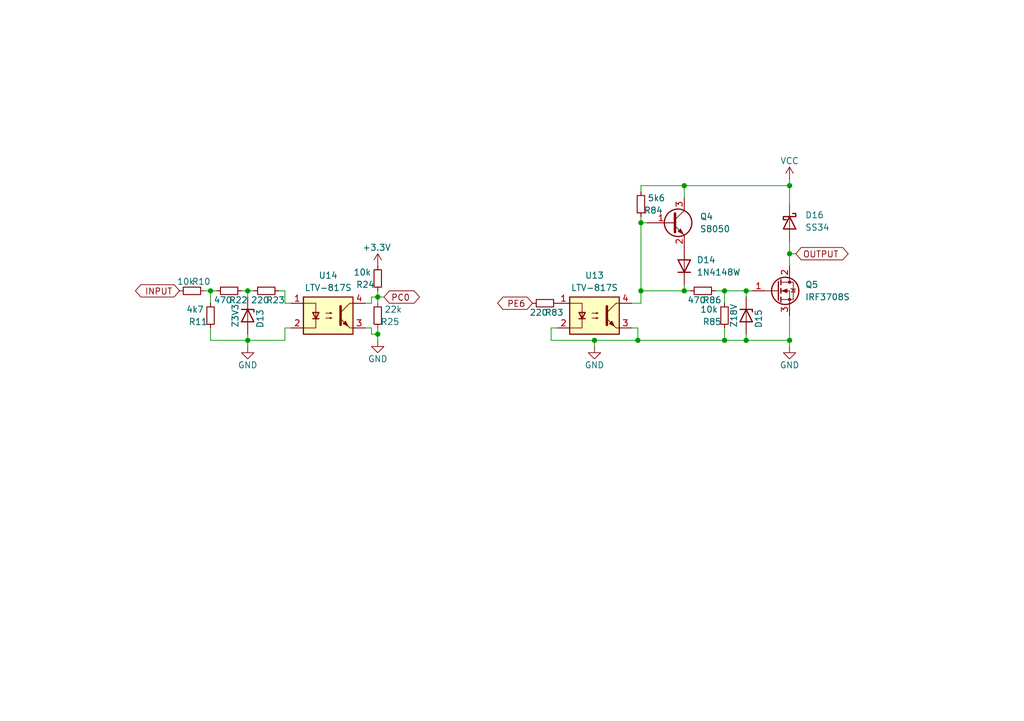
<source format=kicad_sch>
(kicad_sch (version 20211123) (generator eeschema)
  (paper "A5")
  (lib_symbols
    (symbol "Device:R_Small" (pin_numbers hide) (pin_names (offset 0.254) hide)
      (property "Reference" "R" (at 0.762 0.508 0))
      (property "Value" "R_Small" (at 0.762 -1.016 0))
      (symbol "R_Small_0_1"
        (rectangle (start -0.762 1.778) (end 0.762 -1.778) (stroke (width 0.2032)))
      )
      (symbol "R_Small_1_1"
        (pin passive line (at 0 2.54 270) (length 0.762) (name "~") (number "1"))
        (pin passive line (at 0 -2.54 90) (length 0.762) (name "~") (number "2"))
      )
    )
    (symbol "Diode:1N4148W" (pin_numbers hide) (pin_names (offset 1.016) hide)
      (property "Reference" "D" (at 0 2.54 0))
      (property "Value" "1N4148W" (at 0 -2.54 0))
      (symbol "1N4148W_0_1"
        (polyline (pts (xy -1.27 1.27) (xy -1.27 -1.27)) (stroke (width 0.254)))
        (polyline (pts (xy 1.27 0) (xy -1.27 0)))
        (polyline (pts (xy 1.27 1.27) (xy 1.27 -1.27) (xy -1.27 0) (xy 1.27 1.27)) (stroke (width 0.254)))
      )
      (symbol "1N4148W_1_1"
        (pin passive line (at -3.81 0 0) (length 2.54) (name "K") (number "1"))
        (pin passive line (at 3.81 0 180) (length 2.54) (name "A") (number "2"))
      )
    )
    (symbol "Diode:BZV55C3V3" (pin_numbers hide) (pin_names hide)
      (property "Reference" "D" (at 0 2.54 0))
      (property "Value" "BZV55C3V3" (at 0 -2.54 0))
      (symbol "BZV55C3V3_0_1"
        (polyline (pts (xy 1.27 0) (xy -1.27 0)))
        (polyline (pts (xy -1.27 -1.27) (xy -1.27 1.27) (xy -0.762 1.27)) (stroke (width 0.254)))
        (polyline (pts (xy 1.27 -1.27) (xy 1.27 1.27) (xy -1.27 0) (xy 1.27 -1.27)) (stroke (width 0.254)))
      )
      (symbol "BZV55C3V3_1_1"
        (pin passive line (at -3.81 0 0) (length 2.54) (name "K") (number "1"))
        (pin passive line (at 3.81 0 180) (length 2.54) (name "A") (number "2"))
      )
    )
    (symbol "Diode:CDBA340-HF" (pin_numbers hide) (pin_names hide)
      (property "Reference" "D" (at 0 2.54 0))
      (property "Value" "CDBA340-HF" (at 0 -2.54 0))
      (symbol "CDBA340-HF_0_1"
        (polyline (pts (xy 1.27 0) (xy -1.27 0)))
        (polyline (pts (xy 1.27 1.27) (xy 1.27 -1.27) (xy -1.27 0) (xy 1.27 1.27)) (stroke (width 0.254)))
        (polyline (pts (xy -1.905 0.635) (xy -1.905 1.27) (xy -1.27 1.27) (xy -1.27 -1.27) (xy -0.635 -1.27) (xy -0.635 -0.635)) (stroke (width 0.254)))
      )
      (symbol "CDBA340-HF_1_1"
        (pin passive line (at -3.81 0 0) (length 2.54) (name "K") (number "1"))
        (pin passive line (at 3.81 0 180) (length 2.54) (name "A") (number "2"))
      )
    )
    (symbol "Isolator:LTV-817S" (pin_names (offset 1.016))
      (property "Reference" "U" (at -3.81 5.08 0))
      (property "Value" "LTV-817S" (at 0 -5.08 0))
      (symbol "LTV-817S_1_1"
        (rectangle (start -5.08 3.81) (end 5.08 -3.81) (stroke (width 0.254)) (fill (type background)))
        (polyline (pts (xy -3.175 -0.635) (xy -1.905 -0.635)) (stroke (width 0.254)))
        (polyline (pts (xy 2.54 0.635) (xy 4.445 2.54)))
        (polyline (pts (xy 4.445 -2.54) (xy 2.54 -0.635)) (fill (type outline)))
        (polyline (pts (xy 4.445 -2.54) (xy 5.08 -2.54)))
        (polyline (pts (xy 4.445 2.54) (xy 5.08 2.54)))
        (polyline (pts (xy -5.08 2.54) (xy -2.54 2.54) (xy -2.54 -0.762)))
        (polyline (pts (xy -2.54 -0.635) (xy -2.54 -2.54) (xy -5.08 -2.54)))
        (polyline (pts (xy 2.54 1.905) (xy 2.54 -1.905) (xy 2.54 -1.905)) (stroke (width 0.508)))
        (polyline (pts (xy -2.54 -0.635) (xy -3.175 0.635) (xy -1.905 0.635) (xy -2.54 -0.635)) (stroke (width 0.254)))
        (polyline (pts (xy -0.508 -0.508) (xy 0.762 -0.508) (xy 0.381 -0.635) (xy 0.381 -0.381) (xy 0.762 -0.508)))
        (polyline (pts (xy -0.508 0.508) (xy 0.762 0.508) (xy 0.381 0.381) (xy 0.381 0.635) (xy 0.762 0.508)))
        (polyline (pts (xy 3.048 -1.651) (xy 3.556 -1.143) (xy 4.064 -2.159) (xy 3.048 -1.651) (xy 3.048 -1.651)) (fill (type outline)))
        (pin passive line (at -7.62 2.54 0) (length 2.54) (name "~") (number "1"))
        (pin passive line (at -7.62 -2.54 0) (length 2.54) (name "~") (number "2"))
        (pin passive line (at 7.62 -2.54 180) (length 2.54) (name "~") (number "3"))
        (pin passive line (at 7.62 2.54 180) (length 2.54) (name "~") (number "4"))
      )
    )
    (symbol "Transistor_BJT:BC847" (pin_names (offset 0) hide)
      (property "Reference" "Q" (at 5.08 1.905 0))
      (property "Value" "BC847" (at 5.08 0 0))
      (symbol "BC847_0_1"
        (polyline (pts (xy 0.635 0.635) (xy 2.54 2.54)))
        (polyline (pts (xy 0.635 -0.635) (xy 2.54 -2.54) (xy 2.54 -2.54)))
        (polyline (pts (xy 0.635 1.905) (xy 0.635 -1.905) (xy 0.635 -1.905)) (stroke (width 0.508)))
        (polyline (pts (xy 1.27 -1.778) (xy 1.778 -1.27) (xy 2.286 -2.286) (xy 1.27 -1.778) (xy 1.27 -1.778)) (fill (type outline)))
        (circle (center 1.27 0) (radius 2.8194) (stroke (width 0.254)))
      )
      (symbol "BC847_1_1"
        (pin input line (at -5.08 0 0) (length 5.715) (name "B") (number "1"))
        (pin passive line (at 2.54 -5.08 90) (length 2.54) (name "E") (number "2"))
        (pin passive line (at 2.54 5.08 270) (length 2.54) (name "C") (number "3"))
      )
    )
    (symbol "Transistor_FET:QM6006D" (pin_names hide)
      (property "Reference" "Q" (at 5.08 1.905 0))
      (property "Value" "QM6006D" (at 5.08 0 0))
      (symbol "QM6006D_0_1"
        (polyline (pts (xy 0.254 0) (xy -2.54 0)))
        (polyline (pts (xy 0.254 1.905) (xy 0.254 -1.905)) (stroke (width 0.254)))
        (polyline (pts (xy 0.762 -1.27) (xy 0.762 -2.286)) (stroke (width 0.254)))
        (polyline (pts (xy 0.762 0.508) (xy 0.762 -0.508)) (stroke (width 0.254)))
        (polyline (pts (xy 0.762 2.286) (xy 0.762 1.27)) (stroke (width 0.254)))
        (polyline (pts (xy 2.54 2.54) (xy 2.54 1.778)))
        (polyline (pts (xy 2.54 -2.54) (xy 2.54 0) (xy 0.762 0)))
        (polyline (pts (xy 0.762 -1.778) (xy 3.302 -1.778) (xy 3.302 1.778) (xy 0.762 1.778)))
        (polyline (pts (xy 1.016 0) (xy 2.032 0.381) (xy 2.032 -0.381) (xy 1.016 0)) (fill (type outline)))
        (polyline (pts (xy 2.794 0.508) (xy 2.921 0.381) (xy 3.683 0.381) (xy 3.81 0.254)))
        (polyline (pts (xy 3.302 0.381) (xy 2.921 -0.254) (xy 3.683 -0.254) (xy 3.302 0.381)))
        (circle (center 1.651 0) (radius 2.794) (stroke (width 0.254)))
        (circle (center 2.54 -1.778) (radius 0.254) (fill (type outline)))
        (circle (center 2.54 1.778) (radius 0.254) (fill (type outline)))
      )
      (symbol "QM6006D_1_1"
        (pin input line (at -5.08 0 0) (length 2.54) (name "G") (number "1"))
        (pin passive line (at 2.54 5.08 270) (length 2.54) (name "D") (number "2"))
        (pin passive line (at 2.54 -5.08 90) (length 2.54) (name "S") (number "3"))
      )
    )
    (symbol "power:+3.3V" (power) (pin_names (offset 0))
      (property "Value" "+3.3V" (at 0 3.556 0))
      (symbol "+3.3V_0_1"
        (polyline (pts (xy -0.762 1.27) (xy 0 2.54)))
        (polyline (pts (xy 0 0) (xy 0 2.54)))
        (polyline (pts (xy 0 2.54) (xy 0.762 1.27)))
      )
      (symbol "+3.3V_1_1"
        (pin power_in line (at 0 0 90) (length 0) hide (name "+3.3V") (number "1"))
      )
    )
    (symbol "power:GND" (power) (pin_names (offset 0))
      (property "Value" "GND" (at 0 -3.81 0))
      (symbol "GND_0_1"
        (polyline (pts (xy 0 0) (xy 0 -1.27) (xy 1.27 -1.27) (xy 0 -2.54) (xy -1.27 -1.27) (xy 0 -1.27)))
      )
      (symbol "GND_1_1"
        (pin power_in line (at 0 0 270) (length 0) hide (name "GND") (number "1"))
      )
    )
    (symbol "power:VCC" (power) (pin_names (offset 0))
      (property "Value" "VCC" (at 0 3.81 0))
      (symbol "VCC_0_1"
        (polyline (pts (xy -0.762 1.27) (xy 0 2.54)))
        (polyline (pts (xy 0 0) (xy 0 2.54)))
        (polyline (pts (xy 0 2.54) (xy 0.762 1.27)))
      )
      (symbol "VCC_1_1"
        (pin power_in line (at 0 0 90) (length 0) hide (name "VCC") (number "1"))
      )
    )
  )
  (junction (at 50.8 59.69))
  (junction (at 153.035 59.69))
  (junction (at 161.925 69.85))
  (junction (at 161.925 52.07))
  (junction (at 77.47 68.58))
  (junction (at 131.445 45.72))
  (junction (at 77.47 60.96))
  (junction (at 153.035 69.85))
  (junction (at 131.445 59.69))
  (junction (at 43.18 59.69))
  (junction (at 148.59 59.69))
  (junction (at 161.925 38.1))
  (junction (at 140.335 38.1))
  (junction (at 50.8 69.85))
  (junction (at 148.59 69.85))
  (junction (at 121.92 69.85))
  (junction (at 140.335 59.69))
  (junction (at 130.81 69.85))
  (wire (pts (xy 77.47 68.58) (xy 77.47 67.31)))
  (wire (pts (xy 121.92 69.85) (xy 121.92 71.12)))
  (wire (pts (xy 77.47 60.96) (xy 78.74 60.96)))
  (wire (pts (xy 132.715 45.72) (xy 131.445 45.72)))
  (wire (pts (xy 43.18 59.69) (xy 44.45 59.69)))
  (wire (pts (xy 113.03 69.85) (xy 113.03 67.31)))
  (wire (pts (xy 140.335 58.42) (xy 140.335 59.69)))
  (wire (pts (xy 161.925 69.85) (xy 161.925 71.12)))
  (wire (pts (xy 77.47 60.96) (xy 77.47 62.23)))
  (wire (pts (xy 130.81 67.31) (xy 130.81 69.85)))
  (wire (pts (xy 148.59 59.69) (xy 153.035 59.69)))
  (wire (pts (xy 131.445 62.23) (xy 131.445 59.69)))
  (wire (pts (xy 146.685 59.69) (xy 148.59 59.69)))
  (wire (pts (xy 74.93 62.23) (xy 76.2 62.23)))
  (wire (pts (xy 58.42 69.85) (xy 50.8 69.85)))
  (wire (pts (xy 140.335 38.1) (xy 131.445 38.1)))
  (wire (pts (xy 131.445 39.37) (xy 131.445 38.1)))
  (wire (pts (xy 113.03 67.31) (xy 114.3 67.31)))
  (wire (pts (xy 121.92 69.85) (xy 113.03 69.85)))
  (wire (pts (xy 43.18 67.31) (xy 43.18 69.85)))
  (wire (pts (xy 59.69 67.31) (xy 58.42 67.31)))
  (wire (pts (xy 74.93 67.31) (xy 76.2 67.31)))
  (wire (pts (xy 50.8 59.69) (xy 50.8 60.96)))
  (wire (pts (xy 43.18 62.23) (xy 43.18 59.69)))
  (wire (pts (xy 161.925 38.1) (xy 140.335 38.1)))
  (wire (pts (xy 50.8 69.85) (xy 50.8 71.12)))
  (wire (pts (xy 161.925 49.53) (xy 161.925 52.07)))
  (wire (pts (xy 76.2 68.58) (xy 77.47 68.58)))
  (wire (pts (xy 49.53 59.69) (xy 50.8 59.69)))
  (wire (pts (xy 50.8 59.69) (xy 52.07 59.69)))
  (wire (pts (xy 130.81 69.85) (xy 121.92 69.85)))
  (wire (pts (xy 130.81 69.85) (xy 148.59 69.85)))
  (wire (pts (xy 148.59 59.69) (xy 148.59 62.23)))
  (wire (pts (xy 131.445 44.45) (xy 131.445 45.72)))
  (wire (pts (xy 76.2 67.31) (xy 76.2 68.58)))
  (wire (pts (xy 161.925 69.85) (xy 153.035 69.85)))
  (wire (pts (xy 148.59 67.31) (xy 148.59 69.85)))
  (wire (pts (xy 140.335 59.69) (xy 141.605 59.69)))
  (wire (pts (xy 161.925 36.83) (xy 161.925 38.1)))
  (wire (pts (xy 161.925 52.07) (xy 161.925 54.61)))
  (wire (pts (xy 58.42 67.31) (xy 58.42 69.85)))
  (wire (pts (xy 161.925 52.07) (xy 163.195 52.07)))
  (wire (pts (xy 153.035 59.69) (xy 154.305 59.69)))
  (wire (pts (xy 58.42 59.69) (xy 57.15 59.69)))
  (wire (pts (xy 153.035 68.58) (xy 153.035 69.85)))
  (wire (pts (xy 148.59 69.85) (xy 153.035 69.85)))
  (wire (pts (xy 129.54 67.31) (xy 130.81 67.31)))
  (wire (pts (xy 77.47 59.69) (xy 77.47 60.96)))
  (wire (pts (xy 59.69 62.23) (xy 58.42 62.23)))
  (wire (pts (xy 43.18 69.85) (xy 50.8 69.85)))
  (wire (pts (xy 140.335 59.69) (xy 131.445 59.69)))
  (wire (pts (xy 153.035 59.69) (xy 153.035 60.96)))
  (wire (pts (xy 76.2 60.96) (xy 77.47 60.96)))
  (wire (pts (xy 140.335 38.1) (xy 140.335 40.64)))
  (wire (pts (xy 161.925 41.91) (xy 161.925 38.1)))
  (wire (pts (xy 76.2 62.23) (xy 76.2 60.96)))
  (wire (pts (xy 77.47 68.58) (xy 77.47 69.85)))
  (wire (pts (xy 129.54 62.23) (xy 131.445 62.23)))
  (wire (pts (xy 161.925 64.77) (xy 161.925 69.85)))
  (wire (pts (xy 41.91 59.69) (xy 43.18 59.69)))
  (wire (pts (xy 58.42 62.23) (xy 58.42 59.69)))
  (wire (pts (xy 131.445 45.72) (xy 131.445 59.69)))
  (wire (pts (xy 50.8 69.85) (xy 50.8 68.58)))
  (global_label "PE6" (shape bidirectional) (at 109.22 62.23 180) (property "Intersheet References" "${INTERSHEET_REFS}" (effects hide)))
  (global_label "PC0" (shape bidirectional) (at 78.74 60.96 0) (property "Intersheet References" "${INTERSHEET_REFS}" (effects hide)))
  (global_label "OUTPUT" (shape bidirectional) (at 163.195 52.07 0) (property "Intersheet References" "${INTERSHEET_REFS}" (effects hide)))
  (global_label "INPUT" (shape bidirectional) (at 36.83 59.69 180) (property "Intersheet References" "${INTERSHEET_REFS}" (effects hide)))
  (symbol (lib_id "Device:R_Small") (at 111.76 62.23 270) (unit 1)
    (property "Reference" "R83" (at 113.665 64.135 90))
    (property "Value" "220" (at 110.49 64.135 90))
    (property "Footprint" "Resistor_SMD:R_0603_1608Metric" (effects hide))
  )
  (symbol (lib_id "Device:R_Small") (at 46.99 59.69 270) (unit 1)
    (property "Reference" "R22" (at 48.895 61.595 90))
    (property "Value" "470" (at 45.72 61.595 90))
    (property "Footprint" "Resistor_SMD:R_0603_1608Metric" (effects hide))
  )
  (symbol (lib_id "power:GND") (at 161.925 71.12 0) (unit 1)
    (property "Reference" "#PWR0145" (effects hide))
    (property "Value" "GND" (at 161.925 74.93 0))
  )
  (symbol (lib_id "power:GND") (at 77.47 69.85 0) (unit 1)
    (property "Reference" "#PWR0170" (effects hide))
    (property "Value" "GND" (at 77.47 73.66 0))
  )
  (symbol (lib_id "Diode:BZV55C3V3") (at 153.035 64.77 270) (unit 1)
    (property "Reference" "D15" (at 155.575 65.405 0))
    (property "Value" "Z18V" (at 150.495 64.77 0))
    (property "Footprint" "Diode_SMD:D_SOD-123F" (effects hide))
    (property "Datasheet" "https://assets.nexperia.com/documents/data-sheet/BZV55_SER.pdf" (effects hide))
  )
  (symbol (lib_id "power:GND") (at 121.92 71.12 0) (unit 1)
    (property "Reference" "#PWR0148" (effects hide))
    (property "Value" "GND" (at 121.92 74.93 0))
  )
  (symbol (lib_id "Device:R_Small") (at 148.59 64.77 180) (unit 1)
    (property "Reference" "R85" (at 146.05 66.04 0))
    (property "Value" "10k" (at 145.415 63.5 0))
    (property "Footprint" "Resistor_SMD:R_0603_1608Metric" (effects hide))
  )
  (symbol (lib_id "Isolator:LTV-817S") (at 121.92 64.77 0) (unit 1)
    (property "Reference" "U13" (at 121.92 56.515 0))
    (property "Value" "LTV-817S" (at 121.92 59.055 0))
    (property "Footprint" "Package_DIP:SMDIP-4_W9.53mm" (effects hide))
    (property "Datasheet" "http://www.us.liteon.com/downloads/LTV-817-827-847.PDF" (effects hide))
  )
  (symbol (lib_id "Isolator:LTV-817S") (at 67.31 64.77 0) (unit 1)
    (property "Reference" "U14" (at 67.31 56.515 0))
    (property "Value" "LTV-817S" (at 67.31 59.055 0))
    (property "Footprint" "Package_DIP:SMDIP-4_W9.53mm" (effects hide))
    (property "Datasheet" "http://www.us.liteon.com/downloads/LTV-817-827-847.PDF" (effects hide))
  )
  (symbol (lib_id "Device:R_Small") (at 77.47 64.77 0) (mirror x) (unit 1)
    (property "Reference" "R25" (at 80.01 66.04 0))
    (property "Value" "22k" (at 80.645 63.5 0))
    (property "Footprint" "Resistor_SMD:R_0603_1608Metric" (effects hide))
  )
  (symbol (lib_id "power:+3.3V") (at 77.47 54.61 0) (unit 1)
    (property "Reference" "#PWR0171" (effects hide))
    (property "Value" "+3.3V" (at 74.295 50.8 0) (effects (justify left)))
  )
  (symbol (lib_id "Transistor_FET:QM6006D") (at 159.385 59.69 0) (unit 1)
    (property "Reference" "Q5" (at 165.1 58.4199 0) (effects (justify left)))
    (property "Value" "IRF3708S" (at 165.1 60.9599 0) (effects (justify left)))
    (property "Footprint" "Package_TO_SOT_SMD:TO-252-2" (effects hide))
    (property "Datasheet" "http://www.jaolen.com/images/pdf/QM6006D.pdf" (effects hide))
  )
  (symbol (lib_id "Transistor_BJT:BC847") (at 137.795 45.72 0) (unit 1)
    (property "Reference" "Q4" (at 143.51 44.4499 0) (effects (justify left)))
    (property "Value" "S8050" (at 143.51 46.9899 0) (effects (justify left)))
    (property "Footprint" "Package_TO_SOT_SMD:SOT-23" (effects hide))
    (property "Datasheet" "http://www.infineon.com/dgdl/Infineon-BC847SERIES_BC848SERIES_BC849SERIES_BC850SERIES-DS-v01_01-en.pdf?fileId=db3a304314dca389011541d4630a1657" (effects hide))
  )
  (symbol (lib_id "Diode:BZV55C3V3") (at 50.8 64.77 270) (unit 1)
    (property "Reference" "D13" (at 53.34 65.405 0))
    (property "Value" "Z3V3" (at 48.26 64.77 0))
    (property "Footprint" "Diode_SMD:D_SOD-123F" (effects hide))
    (property "Datasheet" "https://assets.nexperia.com/documents/data-sheet/BZV55_SER.pdf" (effects hide))
  )
  (symbol (lib_id "Device:R_Small") (at 39.37 59.69 270) (unit 1)
    (property "Reference" "R10" (at 41.275 57.785 90))
    (property "Value" "10k" (at 38.1 57.785 90))
    (property "Footprint" "Resistor_SMD:R_0603_1608Metric" (effects hide))
  )
  (symbol (lib_id "Diode:1N4148W") (at 140.335 54.61 90) (unit 1)
    (property "Reference" "D14" (at 142.875 53.3399 90) (effects (justify right)))
    (property "Value" "1N4148W" (at 142.875 55.8799 90) (effects (justify right)))
    (property "Footprint" "Diode_SMD:D_SOD-123" (effects hide))
    (property "Datasheet" "https://www.vishay.com/docs/85748/1n4148w.pdf" (effects hide))
  )
  (symbol (lib_id "Device:R_Small") (at 144.145 59.69 270) (unit 1)
    (property "Reference" "R86" (at 146.05 61.595 90))
    (property "Value" "470" (at 142.875 61.595 90))
    (property "Footprint" "Resistor_SMD:R_0603_1608Metric" (effects hide))
  )
  (symbol (lib_id "power:VCC") (at 161.925 36.83 0) (unit 1)
    (property "Reference" "#PWR0149" (effects hide))
    (property "Value" "VCC" (at 161.925 33.02 0))
  )
  (symbol (lib_id "Device:R_Small") (at 54.61 59.69 270) (unit 1)
    (property "Reference" "R23" (at 56.515 61.595 90))
    (property "Value" "220" (at 53.34 61.595 90))
    (property "Footprint" "Resistor_SMD:R_0603_1608Metric" (effects hide))
  )
  (symbol (lib_id "Diode:CDBA340-HF") (at 161.925 45.72 270) (unit 1)
    (property "Reference" "D16" (at 165.1 44.1324 90) (effects (justify left)))
    (property "Value" "SS34" (at 165.1 46.6724 90) (effects (justify left)))
    (property "Footprint" "Diode_SMD:D_SMA" (effects hide))
    (property "Datasheet" "https://www.comchiptech.com/admin/files/product/CDBA340-HF%20Thru193640.%20CDBA3100-HF%20RevB.pdf" (effects hide))
  )
  (symbol (lib_id "Device:R_Small") (at 43.18 64.77 180) (unit 1)
    (property "Reference" "R11" (at 40.64 66.04 0))
    (property "Value" "4k7" (at 40.005 63.5 0))
    (property "Footprint" "Resistor_SMD:R_0603_1608Metric" (effects hide))
  )
  (symbol (lib_id "power:GND") (at 50.8 71.12 0) (unit 1)
    (property "Reference" "#PWR0167" (effects hide))
    (property "Value" "GND" (at 50.8 74.93 0))
  )
  (symbol (lib_id "Device:R_Small") (at 77.47 57.15 180) (unit 1)
    (property "Reference" "R24" (at 74.93 58.42 0))
    (property "Value" "10k" (at 74.295 55.88 0))
    (property "Footprint" "Resistor_SMD:R_0603_1608Metric" (effects hide))
  )
  (symbol (lib_id "Device:R_Small") (at 131.445 41.91 0) (mirror x) (unit 1)
    (property "Reference" "R84" (at 133.985 43.18 0))
    (property "Value" "5k6" (at 134.62 40.64 0))
    (property "Footprint" "Resistor_SMD:R_0603_1608Metric" (effects hide))
  )
)
</source>
